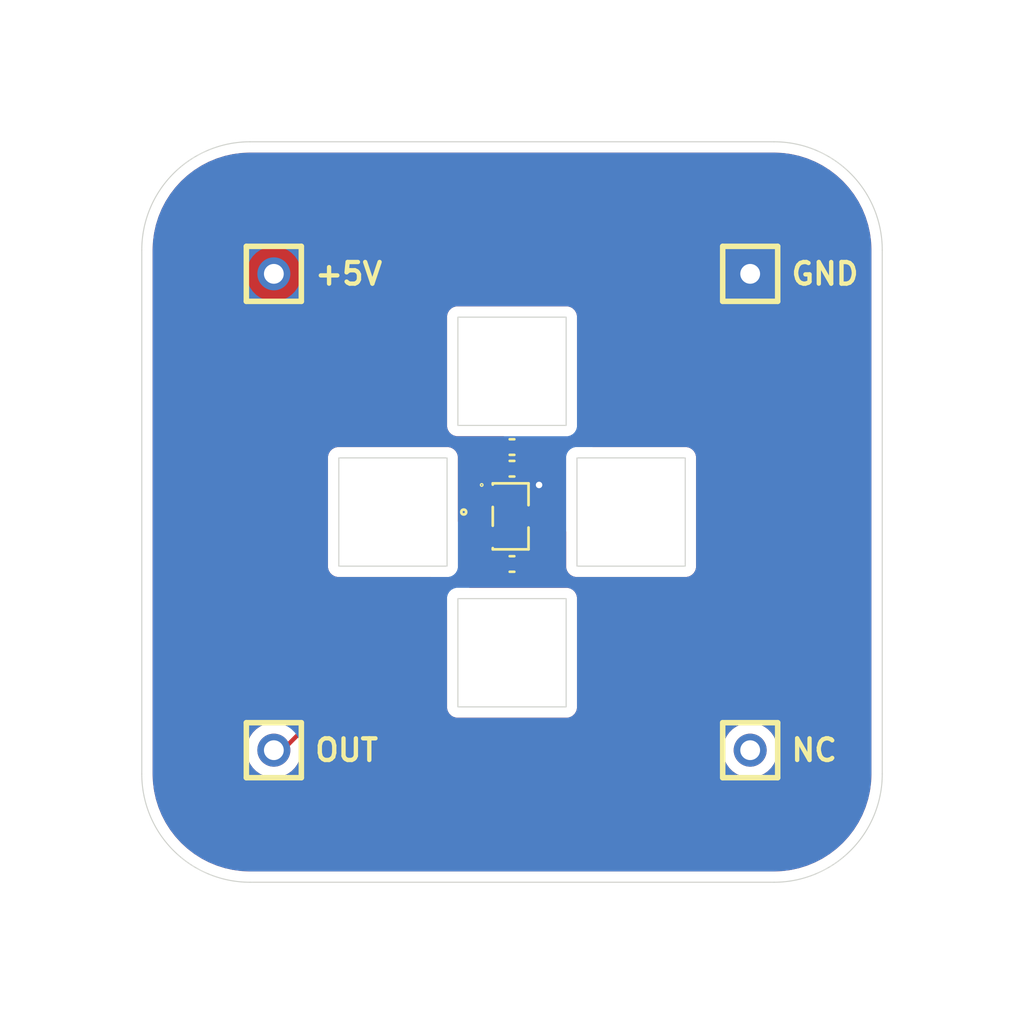
<source format=kicad_pcb>
(kicad_pcb (version 20240108) (generator "pcbnew") (generator_version "8.0")
  (layers (0 "F.Cu" signal) (31 "B.Cu" signal) (34 "B.Paste" user) (35 "F.Paste" user) (36 "B.SilkS" user "B.Silkscreen") (37 "F.SilkS" user "F.Silkscreen") (38 "B.Mask" user) (39 "F.Mask" user) (44 "Edge.Cuts" user))
  (net 0 "")
  (net 1 "/ShieldBottomLeft_ADC")
  (net 2 "/ShieldBottomRight")
  (net 3 "GND")
  (net 4 "+5V")
  (footprint "Capacitor_SMD:C_0402_1005Metric" (layer "F.Cu") (at 138.940006 95)
    (property "Reference" "C3" (hide yes))
    (property "Value" "1nF")
    (fp_line (start -0.107836 -0.36) (end 0.107836 -0.36) (stroke (width 0.12)) (layer "F.SilkS"))
    (fp_line (start -0.107836 0.36) (end 0.107836 0.36) (stroke (width 0.12)) (layer "F.SilkS"))
    (pad "1" smd roundrect (at -0.48 0) (size 0.56 0.62) (layers "F.Cu" "F.Paste" "F.Mask") (net 4 "+5V"))
    (pad "2" smd roundrect (at 0.48 0) (size 0.56 0.62) (layers "F.Cu" "F.Paste" "F.Mask") (net 3 "GND"))
  )
  (footprint "CustomFootprints:HDR-TH_1P-V-F-1" (layer "F.Cu") (at 149.940006 108)
    (property "Reference" "J4" (hide yes))
    (property "Value" "Shield_Connector_Bottom_Right")
    (fp_line (start -1.270003 -1.270003) (end -1.270003 1.270003) (stroke (width 0.254)) (layer "F.SilkS"))
    (fp_line (start -1.270003 1.270003) (end 1.270003 1.270003) (stroke (width 0.254)) (layer "F.SilkS"))
    (fp_line (start 1.270003 -1.270003) (end -1.270003 -1.270003) (stroke (width 0.254)) (layer "F.SilkS"))
    (fp_line (start 1.270003 1.270003) (end 1.270003 -1.270003) (stroke (width 0.254)) (layer "F.SilkS"))
    (fp_circle (center 1.270003 -1.270003) (end 1.3 -1.270003) (stroke (width 0.059995)) (fill none) (layer "F.SilkS"))
    (pad "1" thru_hole circle (at 0 0) (size 1.524003 1.524003) (drill 0.914402) (layers "*.Cu" "*.Mask" "In1.Cu" "In2.Cu" "In3.Cu" "In4.Cu" "In5.Cu" "In6.Cu" "In7.Cu" "In8.Cu" "In9.Cu" "In10.Cu" "In11.Cu" "In12.Cu" "In13.Cu" "In14.Cu" "In15.Cu" "In16.Cu" "In17.Cu" "In18.Cu" "In19.Cu" "In20.Cu" "In21.Cu" "In22.Cu" "In23.Cu" "In24.Cu" "In25.Cu" "In26.Cu" "In27.Cu" "In28.Cu" "In29.Cu" "In30.Cu") (net 2 "/ShieldBottomRight"))
  )
  (footprint "PCM_kikit:Tab" (layer "F.Cu") (at 156.240006 97 180)
    (property "Reference" "REF**" (hide yes))
    (property "Value" "Tab")
  )
  (footprint "Capacitor_SMD:C_0402_1005Metric" (layer "F.Cu") (at 138.940006 94)
    (property "Reference" "C2" (hide yes))
    (property "Value" "1nF")
    (fp_line (start -0.107836 -0.36) (end 0.107836 -0.36) (stroke (width 0.12)) (layer "F.SilkS"))
    (fp_line (start -0.107836 0.36) (end 0.107836 0.36) (stroke (width 0.12)) (layer "F.SilkS"))
    (pad "1" smd roundrect (at -0.48 0) (size 0.56 0.62) (layers "F.Cu" "F.Paste" "F.Mask") (net 4 "+5V"))
    (pad "2" smd roundrect (at 0.48 0) (size 0.56 0.62) (layers "F.Cu" "F.Paste" "F.Mask") (net 3 "GND"))
  )
  (footprint "PCM_kikit:Tab" (layer "F.Cu") (at 138.940006 79.7 -90)
    (property "Reference" "REF**" (hide yes))
    (property "Value" "Tab")
  )
  (footprint "Capacitor_SMD:C_0402_1005Metric" (layer "F.Cu") (at 138.940006 99.4 180)
    (property "Reference" "C1" (hide yes))
    (property "Value" "10nF")
    (fp_line (start -0.107836 0.36) (end 0.107836 0.36) (stroke (width 0.12)) (layer "F.SilkS"))
    (fp_line (start -0.107836 -0.36) (end 0.107836 -0.36) (stroke (width 0.12)) (layer "F.SilkS"))
    (pad "1" smd roundrect (at -0.48 0 180) (size 0.56 0.62) (layers "F.Cu" "F.Paste" "F.Mask") (net 3 "GND"))
    (pad "2" smd roundrect (at 0.48 0 180) (size 0.56 0.62) (layers "F.Cu" "F.Paste" "F.Mask") (net 1 "/ShieldBottomLeft_ADC"))
  )
  (footprint "CustomFootprints:HDR-TH_1P-V-F-1" (layer "F.Cu") (at 149.940006 86)
    (property "Reference" "J3" (hide yes))
    (property "Value" "Shield_Connector_Top_Right")
    (fp_line (start -1.270003 -1.270003) (end -1.270003 1.270003) (stroke (width 0.254)) (layer "F.SilkS"))
    (fp_line (start -1.270003 1.270003) (end 1.270003 1.270003) (stroke (width 0.254)) (layer "F.SilkS"))
    (fp_line (start 1.270003 -1.270003) (end -1.270003 -1.270003) (stroke (width 0.254)) (layer "F.SilkS"))
    (fp_line (start 1.270003 1.270003) (end 1.270003 -1.270003) (stroke (width 0.254)) (layer "F.SilkS"))
    (fp_circle (center 1.270003 -1.270003) (end 1.3 -1.270003) (stroke (width 0.059995)) (fill none) (layer "F.SilkS"))
    (pad "1" thru_hole circle (at 0 0) (size 1.524003 1.524003) (drill 0.914402) (layers "*.Cu" "*.Mask" "In1.Cu" "In2.Cu" "In3.Cu" "In4.Cu" "In5.Cu" "In6.Cu" "In7.Cu" "In8.Cu" "In9.Cu" "In10.Cu" "In11.Cu" "In12.Cu" "In13.Cu" "In14.Cu" "In15.Cu" "In16.Cu" "In17.Cu" "In18.Cu" "In19.Cu" "In20.Cu" "In21.Cu" "In22.Cu" "In23.Cu" "In24.Cu" "In25.Cu" "In26.Cu" "In27.Cu" "In28.Cu" "In29.Cu" "In30.Cu") (net 3 "GND"))
  )
  (footprint "CustomFootprints:HDR-TH_1P-V-F-1" (layer "F.Cu") (at 127.940006 86)
    (property "Reference" "J1" (hide yes))
    (property "Value" "Shield_Connector_Top_Left")
    (fp_line (start -1.270003 -1.270003) (end -1.270003 1.270003) (stroke (width 0.254)) (layer "F.SilkS"))
    (fp_line (start -1.270003 1.270003) (end 1.270003 1.270003) (stroke (width 0.254)) (layer "F.SilkS"))
    (fp_line (start 1.270003 -1.270003) (end -1.270003 -1.270003) (stroke (width 0.254)) (layer "F.SilkS"))
    (fp_line (start 1.270003 1.270003) (end 1.270003 -1.270003) (stroke (width 0.254)) (layer "F.SilkS"))
    (fp_circle (center 1.270003 -1.270003) (end 1.3 -1.270003) (stroke (width 0.059995)) (fill none) (layer "F.SilkS"))
    (pad "1" thru_hole circle (at 0 0) (size 1.524003 1.524003) (drill 0.914402) (layers "*.Cu" "*.Mask" "In1.Cu" "In2.Cu" "In3.Cu" "In4.Cu" "In5.Cu" "In6.Cu" "In7.Cu" "In8.Cu" "In9.Cu" "In10.Cu" "In11.Cu" "In12.Cu" "In13.Cu" "In14.Cu" "In15.Cu" "In16.Cu" "In17.Cu" "In18.Cu" "In19.Cu" "In20.Cu" "In21.Cu" "In22.Cu" "In23.Cu" "In24.Cu" "In25.Cu" "In26.Cu" "In27.Cu" "In28.Cu" "In29.Cu" "In30.Cu") (net 4 "+5V"))
  )
  (footprint "PCM_kikit:Tab" (layer "F.Cu") (at 138.940006 114.3 90)
    (property "Reference" "REF**" (hide yes))
    (property "Value" "Tab")
  )
  (footprint "CustomFootprints:HDR-TH_1P-V-F-1" (layer "F.Cu") (at 127.940006 108)
    (property "Reference" "J2" (hide yes))
    (property "Value" "Shield_Connector_Bottom_Left")
    (fp_line (start -1.270003 -1.270003) (end -1.270003 1.270003) (stroke (width 0.254)) (layer "F.SilkS"))
    (fp_line (start -1.270003 1.270003) (end 1.270003 1.270003) (stroke (width 0.254)) (layer "F.SilkS"))
    (fp_line (start 1.270003 -1.270003) (end -1.270003 -1.270003) (stroke (width 0.254)) (layer "F.SilkS"))
    (fp_line (start 1.270003 1.270003) (end 1.270003 -1.270003) (stroke (width 0.254)) (layer "F.SilkS"))
    (fp_circle (center 1.270003 -1.270003) (end 1.3 -1.270003) (stroke (width 0.059995)) (fill none) (layer "F.SilkS"))
    (pad "1" thru_hole circle (at 0 0) (size 1.524003 1.524003) (drill 0.914402) (layers "*.Cu" "*.Mask" "In1.Cu" "In2.Cu" "In3.Cu" "In4.Cu" "In5.Cu" "In6.Cu" "In7.Cu" "In8.Cu" "In9.Cu" "In10.Cu" "In11.Cu" "In12.Cu" "In13.Cu" "In14.Cu" "In15.Cu" "In16.Cu" "In17.Cu" "In18.Cu" "In19.Cu" "In20.Cu" "In21.Cu" "In22.Cu" "In23.Cu" "In24.Cu" "In25.Cu" "In26.Cu" "In27.Cu" "In28.Cu" "In29.Cu" "In30.Cu") (net 1 "/ShieldBottomLeft_ADC"))
  )
  (footprint "CustomFootprints:HallLinearSensor" (layer "F.Cu") (at 138.940006 97.2 180)
    (property "Reference" "U1" (hide yes))
    (property "Value" "HallLinearSensor")
    (fp_line (start 0.889002 1.524003) (end -0.762002 1.524003) (stroke (width 0.124994)) (layer "F.SilkS"))
    (fp_line (start 0.889002 1.466624) (end 0.889002 1.524003) (stroke (width 0.124994)) (layer "F.SilkS"))
    (fp_line (start 0.889002 -0.433325) (end 0.889002 0.433325) (stroke (width 0.124994)) (layer "F.SilkS"))
    (fp_line (start 0.889002 -1.524003) (end 0.889002 -1.466599) (stroke (width 0.124994)) (layer "F.SilkS"))
    (fp_line (start -0.762002 1.524003) (end -0.762002 0.516662) (stroke (width 0.124994)) (layer "F.SilkS"))
    (fp_line (start -0.762002 -0.516662) (end -0.762002 -1.524003) (stroke (width 0.124994)) (layer "F.SilkS"))
    (fp_line (start -0.762002 -1.524003) (end 0.889002 -1.524003) (stroke (width 0.124994)) (layer "F.SilkS"))
    (fp_circle (center 2.230124 0.199898) (end 2.280163 0.199898) (stroke (width 0.124994)) (fill none) (layer "F.SilkS"))
    (fp_circle (center 1.400051 1.450089) (end 1.430023 1.450089) (stroke (width 0.059995)) (fill none) (layer "F.SilkS"))
    (pad "1" smd rect (at 1.249682 0.949962 90) (size 0.7 1.250013) (layers "F.Cu" "F.Paste" "F.Mask") (net 4 "+5V"))
    (pad "2" smd rect (at -1.249682 0 90) (size 0.7 1.250013) (layers "F.Cu" "F.Paste" "F.Mask") (net 3 "GND"))
    (pad "3" smd rect (at 1.249682 -0.949962 90) (size 0.7 1.250013) (layers "F.Cu" "F.Paste" "F.Mask") (net 1 "/ShieldBottomLeft_ADC"))
  )
  (footprint "PCM_kikit:Tab" (layer "F.Cu") (at 121.640006 97)
    (property "Reference" "REF**" (hide yes))
    (property "Value" "Tab")
  )
  (gr_line (start 156.040006 84.9) (end 156.040006 109.1) (stroke (width 0.05)) (layer "Edge.Cuts"))
  (gr_line (start 151.040006 114.1) (end 126.840006 114.1) (stroke (width 0.05)) (layer "Edge.Cuts"))
  (gr_arc (start 121.840006 84.9) (mid 123.304472 81.364466) (end 126.840006 79.9) (stroke (width 0.05)) (layer "Edge.Cuts"))
  (gr_line (start 126.840006 79.9) (end 151.040006 79.9) (stroke (width 0.05)) (layer "Edge.Cuts"))
  (gr_rect (start 136.440006 101) (end 141.440006 106) (stroke (width 0.05)) (fill none) (layer "Edge.Cuts"))
  (gr_arc (start 126.840006 114.1) (mid 123.304472 112.635534) (end 121.840006 109.1) (stroke (width 0.05)) (layer "Edge.Cuts"))
  (gr_arc (start 156.040006 109.1) (mid 154.57554 112.635534) (end 151.040006 114.1) (stroke (width 0.05)) (layer "Edge.Cuts"))
  (gr_rect (start 136.440006 88) (end 141.440006 93) (stroke (width 0.05)) (fill none) (layer "Edge.Cuts"))
  (gr_rect (start 130.940006 94.5) (end 135.940006 99.5) (stroke (width 0.05)) (fill none) (layer "Edge.Cuts"))
  (gr_rect (start 141.940006 94.5) (end 146.940006 99.5) (stroke (width 0.05)) (fill none) (layer "Edge.Cuts"))
  (gr_line (start 121.840006 109.1) (end 121.840006 84.9) (stroke (width 0.05)) (layer "Edge.Cuts"))
  (gr_arc (start 151.040006 79.9) (mid 154.57554 81.364466) (end 156.040006 84.9) (stroke (width 0.05)) (layer "Edge.Cuts"))
  (gr_text "GND" (at 151.740006 86 0) (layer "F.SilkS") (effects (font (size 1 1) (thickness 0.2) (bold yes)) (justify left)))
  (gr_text "+5V" (at 129.740006 86 0) (layer "F.SilkS") (effects (font (size 1 1) (thickness 0.2) (bold yes)) (justify left)))
  (gr_text "NC" (at 151.740006 108 0) (layer "F.SilkS") (effects (font (size 1 1) (thickness 0.2) (bold yes)) (justify left)))
  (gr_text "OUT" (at 129.740006 108 0) (layer "F.SilkS") (effects (font (size 1 1) (thickness 0.2) (bold yes)) (justify left)))
  (segment (start 138.460006 98.919644) (end 137.690324 98.149962) (width 0.2) (layer "F.Cu") (net 1))
  (segment (start 137.690324 98.649682) (end 128.340006 108) (width 0.2) (layer "F.Cu") (net 1))
  (segment (start 128.340006 108) (end 127.940006 108) (width 0.2) (layer "F.Cu") (net 1))
  (segment (start 137.690324 98.149962) (end 137.690324 98.649682) (width 0.2) (layer "F.Cu") (net 1))
  (segment (start 138.460006 99.2) (end 138.460006 98.919644) (width 0.2) (layer "F.Cu") (net 1))
  (segment (start 149.440006 86) (end 149.940006 86) (width 0.3) (layer "F.Cu") (net 3))
  (segment (start 139.420006 94.980636) (end 140.189688 95.750318) (width 0.2) (layer "F.Cu") (net 3))
  (segment (start 140.189688 97.2) (end 140.189688 98.630318) (width 0.2) (layer "F.Cu") (net 3))
  (segment (start 139.420006 94) (end 139.420006 94.980636) (width 0.2) (layer "F.Cu") (net 3))
  (segment (start 140.189688 95.750318) (end 140.189688 95.250318) (width 0.3) (layer "F.Cu") (net 3))
  (segment (start 140.189688 95.250318) (end 149.440006 86) (width 0.3) (layer "F.Cu") (net 3))
  (segment (start 140.189688 98.630318) (end 139.420006 99.4) (width 0.2) (layer "F.Cu") (net 3))
  (segment (start 140.189688 95.750318) (end 140.189688 97.2) (width 0.3) (layer "F.Cu") (net 3))
  (via (at 140.189688 95.750318) (size 0.6) (drill 0.3) (layers "F.Cu" "B.Cu") (net 3))
  (segment (start 137.690324 96.250038) (end 138.460006 95.480356) (width 0.2) (layer "F.Cu") (net 4))
  (segment (start 128.440006 86) (end 127.940006 86) (width 0.3) (layer "F.Cu") (net 4))
  (segment (start 137.690324 95.250318) (end 128.440006 86) (width 0.3) (layer "F.Cu") (net 4))
  (segment (start 138.460006 95.480356) (end 138.460006 94) (width 0.2) (layer "F.Cu") (net 4))
  (segment (start 137.690324 96.250038) (end 137.690324 95.250318) (width 0.3) (layer "F.Cu") (net 4))
  (zone (net 4) (net_name "+5V") (layer "F.Cu") (connect_pads yes (clearance 0.5)) (min_thickness 0.25) (fill yes (thermal_gap 0.5) (thermal_bridge_width 0.5))
    (polygon (pts (xy 156.040006 79.9) (xy 121.840006 79.9) (xy 121.840006 114.1) (xy 156.040006 114.1)))
  )
  (zone (net 3) (net_name "GND") (layer "B.Cu") (connect_pads yes (clearance 0.5)) (min_thickness 0.25) (fill yes (thermal_gap 0.5) (thermal_bridge_width 0.5))
    (polygon (pts (xy 121.840006 79.9) (xy 156.040006 79.9) (xy 156.040006 114.1) (xy 121.840006 114.1)))
  )
)
</source>
